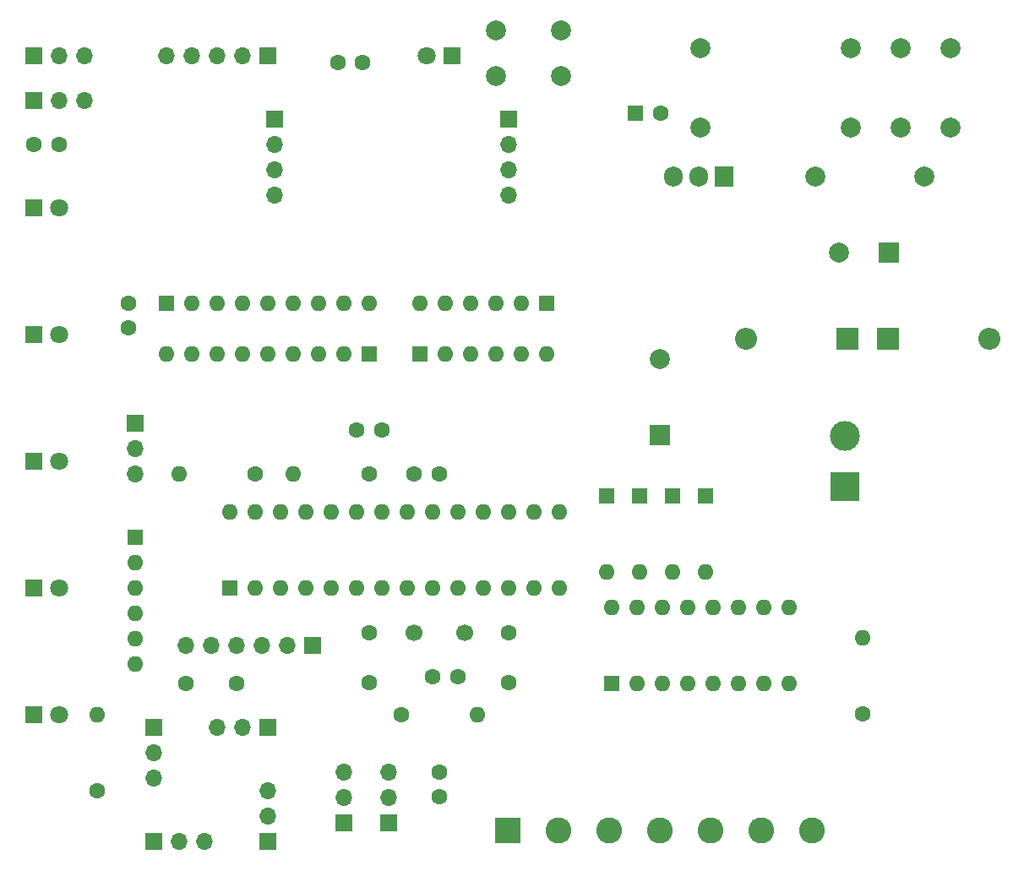
<source format=gbr>
G04 #@! TF.GenerationSoftware,KiCad,Pcbnew,(5.1.9)-1*
G04 #@! TF.CreationDate,2023-11-08T13:31:57-08:00*
G04 #@! TF.ProjectId,DSAMKVIE,4453414d-4b56-4494-952e-6b696361645f,rev?*
G04 #@! TF.SameCoordinates,Original*
G04 #@! TF.FileFunction,Soldermask,Bot*
G04 #@! TF.FilePolarity,Negative*
%FSLAX46Y46*%
G04 Gerber Fmt 4.6, Leading zero omitted, Abs format (unit mm)*
G04 Created by KiCad (PCBNEW (5.1.9)-1) date 2023-11-08 13:31:57*
%MOMM*%
%LPD*%
G01*
G04 APERTURE LIST*
%ADD10C,2.600000*%
%ADD11R,2.600000X2.600000*%
%ADD12R,1.600000X1.600000*%
%ADD13O,1.600000X1.600000*%
%ADD14C,1.600000*%
%ADD15C,3.000000*%
%ADD16R,3.000000X3.000000*%
%ADD17C,1.800000*%
%ADD18R,1.800000X1.800000*%
%ADD19R,1.700000X1.700000*%
%ADD20O,1.700000X1.700000*%
%ADD21C,2.000000*%
%ADD22R,2.000000X2.000000*%
%ADD23C,1.700000*%
%ADD24R,2.200000X2.200000*%
%ADD25O,2.200000X2.200000*%
%ADD26R,1.905000X2.000000*%
%ADD27O,1.905000X2.000000*%
G04 APERTURE END LIST*
D10*
X178308000Y-134112000D03*
X173228000Y-134112000D03*
X168148000Y-134112000D03*
X163068000Y-134112000D03*
X157988000Y-134112000D03*
X152908000Y-134112000D03*
D11*
X147828000Y-134112000D03*
D12*
X120015000Y-109855000D03*
D13*
X153035000Y-102235000D03*
X122555000Y-109855000D03*
X150495000Y-102235000D03*
X125095000Y-109855000D03*
X147955000Y-102235000D03*
X127635000Y-109855000D03*
X145415000Y-102235000D03*
X130175000Y-109855000D03*
X142875000Y-102235000D03*
X132715000Y-109855000D03*
X140335000Y-102235000D03*
X135255000Y-109855000D03*
X137795000Y-102235000D03*
X137795000Y-109855000D03*
X135255000Y-102235000D03*
X140335000Y-109855000D03*
X132715000Y-102235000D03*
X142875000Y-109855000D03*
X130175000Y-102235000D03*
X145415000Y-109855000D03*
X127635000Y-102235000D03*
X147955000Y-109855000D03*
X125095000Y-102235000D03*
X150495000Y-109855000D03*
X122555000Y-102235000D03*
X153035000Y-109855000D03*
X120015000Y-102235000D03*
X139065000Y-81280000D03*
X141605000Y-81280000D03*
X144145000Y-81280000D03*
X146685000Y-81280000D03*
X149225000Y-81280000D03*
D12*
X151765000Y-81280000D03*
D13*
X151765000Y-86360000D03*
X149225000Y-86360000D03*
X146685000Y-86360000D03*
X144145000Y-86360000D03*
X141605000Y-86360000D03*
D12*
X139065000Y-86360000D03*
D14*
X115650000Y-119380000D03*
X120650000Y-119380000D03*
X109855000Y-83780000D03*
X109855000Y-81280000D03*
X135215000Y-93980000D03*
X132715000Y-93980000D03*
X100370000Y-65405000D03*
X102870000Y-65405000D03*
X133310000Y-57150000D03*
X130810000Y-57150000D03*
X142835000Y-118745000D03*
X140335000Y-118745000D03*
X140970000Y-130770000D03*
X140970000Y-128270000D03*
X138470000Y-98425000D03*
X140970000Y-98425000D03*
D15*
X181610000Y-94615000D03*
D16*
X181610000Y-99695000D03*
D17*
X102870000Y-84455000D03*
D18*
X100330000Y-84455000D03*
D19*
X110490000Y-93345000D03*
D20*
X110490000Y-95885000D03*
X110490000Y-98425000D03*
D13*
X144780000Y-122555000D03*
D14*
X137160000Y-122555000D03*
D20*
X147955000Y-70485000D03*
X147955000Y-67945000D03*
X147955000Y-65405000D03*
D19*
X147955000Y-62865000D03*
D20*
X124460000Y-70485000D03*
X124460000Y-67945000D03*
X124460000Y-65405000D03*
D19*
X124460000Y-62865000D03*
D12*
X110490000Y-104775000D03*
D13*
X110490000Y-107315000D03*
X110490000Y-109855000D03*
X110490000Y-112395000D03*
X110490000Y-114935000D03*
X110490000Y-117475000D03*
X183388000Y-114808000D03*
D14*
X183388000Y-122428000D03*
D13*
X113665000Y-86360000D03*
X116205000Y-86360000D03*
X118745000Y-86360000D03*
X121285000Y-86360000D03*
X123825000Y-86360000D03*
X126365000Y-86360000D03*
X128905000Y-86360000D03*
X131445000Y-86360000D03*
D12*
X133985000Y-86360000D03*
D21*
X163068000Y-86888000D03*
D22*
X163068000Y-94488000D03*
D13*
X126365000Y-98425000D03*
D14*
X133985000Y-98425000D03*
D13*
X133985000Y-81280000D03*
X131445000Y-81280000D03*
X128905000Y-81280000D03*
X126365000Y-81280000D03*
X123825000Y-81280000D03*
X121285000Y-81280000D03*
X118745000Y-81280000D03*
X116205000Y-81280000D03*
D12*
X113665000Y-81280000D03*
D13*
X161036000Y-108204000D03*
D12*
X161036000Y-100584000D03*
D13*
X157734000Y-108204000D03*
D12*
X157734000Y-100584000D03*
D20*
X123825000Y-130175000D03*
X123825000Y-132715000D03*
D19*
X123825000Y-135255000D03*
D20*
X117475000Y-135255000D03*
X114935000Y-135255000D03*
D19*
X112395000Y-135255000D03*
D20*
X112395000Y-128905000D03*
X112395000Y-126365000D03*
D19*
X112395000Y-123825000D03*
D20*
X118745000Y-123825000D03*
X121285000Y-123825000D03*
D19*
X123825000Y-123825000D03*
D20*
X135890000Y-128270000D03*
X135890000Y-130810000D03*
D19*
X135890000Y-133350000D03*
D20*
X131445000Y-128270000D03*
X131445000Y-130810000D03*
D19*
X131445000Y-133350000D03*
D20*
X105410000Y-60960000D03*
X102870000Y-60960000D03*
D19*
X100330000Y-60960000D03*
D20*
X105410000Y-56515000D03*
X102870000Y-56515000D03*
D19*
X100330000Y-56515000D03*
D23*
X143510000Y-114300000D03*
X138510000Y-114300000D03*
D12*
X158242000Y-119380000D03*
D13*
X176022000Y-111760000D03*
X160782000Y-119380000D03*
X173482000Y-111760000D03*
X163322000Y-119380000D03*
X170942000Y-111760000D03*
X165862000Y-119380000D03*
X168402000Y-111760000D03*
X168402000Y-119380000D03*
X165862000Y-111760000D03*
X170942000Y-119380000D03*
X163322000Y-111760000D03*
X173482000Y-119380000D03*
X160782000Y-111760000D03*
X176022000Y-119380000D03*
X158242000Y-111760000D03*
D21*
X153185000Y-53975000D03*
X153185000Y-58475000D03*
X146685000Y-53975000D03*
X146685000Y-58475000D03*
D14*
X147955000Y-119300000D03*
X147955000Y-114300000D03*
X133985000Y-114300000D03*
X133985000Y-119300000D03*
D22*
X186055000Y-76200000D03*
D21*
X181055000Y-76200000D03*
D14*
X163155000Y-62230000D03*
D12*
X160655000Y-62230000D03*
D18*
X100330000Y-71755000D03*
D17*
X102870000Y-71755000D03*
X102870000Y-97155000D03*
D18*
X100330000Y-97155000D03*
X100330000Y-109855000D03*
D17*
X102870000Y-109855000D03*
D18*
X100330000Y-122555000D03*
D17*
X102870000Y-122555000D03*
D24*
X185928000Y-84836000D03*
D25*
X196088000Y-84836000D03*
X171704000Y-84836000D03*
D24*
X181864000Y-84836000D03*
D13*
X167640000Y-108204000D03*
D12*
X167640000Y-100584000D03*
X164338000Y-100584000D03*
D13*
X164338000Y-108204000D03*
D19*
X123825000Y-56515000D03*
D20*
X121285000Y-56515000D03*
X118745000Y-56515000D03*
X116205000Y-56515000D03*
X113665000Y-56515000D03*
D21*
X167205000Y-55690000D03*
X167205000Y-63690000D03*
X182205000Y-55690000D03*
X182205000Y-63690000D03*
X187205000Y-55690000D03*
X187205000Y-63690000D03*
X192205000Y-55690000D03*
X192205000Y-63690000D03*
D14*
X122555000Y-98425000D03*
D13*
X114935000Y-98425000D03*
X106680000Y-122555000D03*
D14*
X106680000Y-130175000D03*
D26*
X169545000Y-68580000D03*
D27*
X167005000Y-68580000D03*
X164465000Y-68580000D03*
D19*
X128270000Y-115570000D03*
D20*
X125730000Y-115570000D03*
X123190000Y-115570000D03*
X120650000Y-115570000D03*
X118110000Y-115570000D03*
X115570000Y-115570000D03*
D18*
X142240000Y-56515000D03*
D17*
X139700000Y-56515000D03*
D21*
X189650000Y-68580000D03*
X178650000Y-68580000D03*
M02*

</source>
